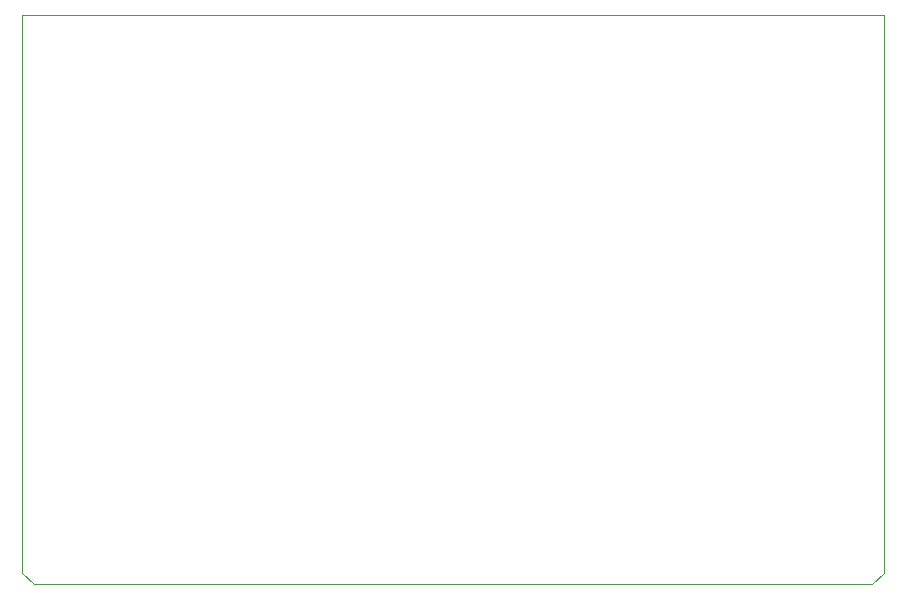
<source format=gm1>
G04 #@! TF.GenerationSoftware,KiCad,Pcbnew,8.0.6*
G04 #@! TF.CreationDate,2024-11-03T10:51:15+01:00*
G04 #@! TF.ProjectId,pico_piano,7069636f-5f70-4696-916e-6f2e6b696361,rev?*
G04 #@! TF.SameCoordinates,Original*
G04 #@! TF.FileFunction,Profile,NP*
%FSLAX46Y46*%
G04 Gerber Fmt 4.6, Leading zero omitted, Abs format (unit mm)*
G04 Created by KiCad (PCBNEW 8.0.6) date 2024-11-03 10:51:15*
%MOMM*%
%LPD*%
G01*
G04 APERTURE LIST*
G04 #@! TA.AperFunction,Profile*
%ADD10C,0.050000*%
G04 #@! TD*
G04 APERTURE END LIST*
D10*
X175500000Y-31250000D02*
X175500000Y-32000000D01*
X102500000Y-31250000D02*
X175500000Y-31250000D01*
X102500000Y-32000000D02*
X102500000Y-31250000D01*
X102500000Y-57500000D02*
X102500000Y-78500000D01*
X102500000Y-78500000D02*
X103500000Y-79500000D01*
X174500000Y-79500000D02*
X103500000Y-79500000D01*
X175500000Y-78500000D02*
X175500000Y-32000000D01*
X174500000Y-79500000D02*
X175500000Y-78500000D01*
X102500000Y-57500000D02*
X102500000Y-32000000D01*
M02*

</source>
